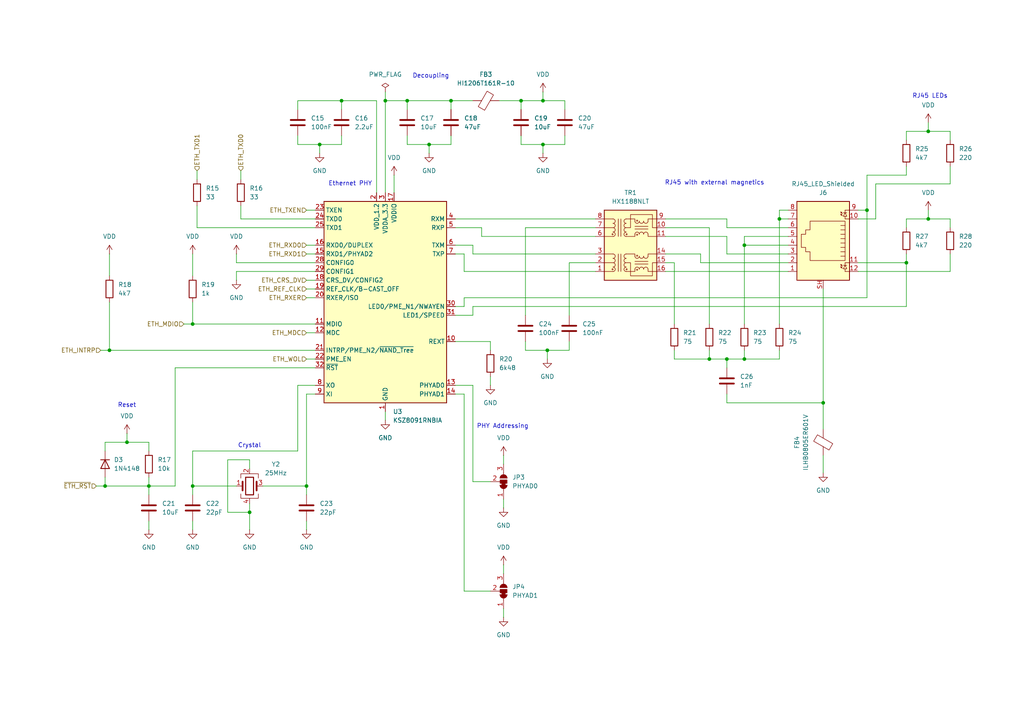
<source format=kicad_sch>
(kicad_sch (version 20250114) (generator "eeschema") (generator_version "9.0")
  (paper "A4")
  (lib_symbols
    (symbol "Connector:RJ45_LED_Shielded" (pin_names (offset 1.016))
      (property "Reference" "J" (at -5.08 13.97 0))
      (property "Value" "RJ45_LED_Shielded" (at 1.27 13.97 0))
      (symbol "RJ45_LED_Shielded_0_1"
        (polyline (pts (xy -7.62 10.16) (xy -6.35 10.16)))
        (polyline (pts (xy -7.62 7.62) (xy -6.35 7.62)))
        (polyline (pts (xy -7.62 -5.08) (xy -6.35 -5.08)))
        (polyline (pts (xy -7.62 -7.62) (xy -6.35 -7.62)))
        (polyline (pts (xy -6.858 9.398) (xy -5.842 9.398)))
        (polyline (pts (xy -6.858 -5.842) (xy -5.842 -5.842)))
        (polyline (pts (xy -6.35 10.16) (xy -6.35 9.398)))
        (polyline (pts (xy -6.35 9.398) (xy -6.858 8.382) (xy -5.842 8.382) (xy -6.35 9.398)))
        (polyline (pts (xy -6.35 7.62) (xy -6.35 8.382)))
        (polyline (pts (xy -6.35 1.905) (xy -5.08 1.905) (xy -5.08 1.905)))
        (polyline (pts (xy -6.35 0.635) (xy -5.08 0.635) (xy -5.08 0.635)))
        (polyline (pts (xy -6.35 -0.635) (xy -5.08 -0.635) (xy -5.08 -0.635)))
        (polyline (pts (xy -6.35 -1.905) (xy -5.08 -1.905) (xy -5.08 -1.905)))
        (polyline (pts (xy -6.35 -3.175) (xy -5.08 -3.175) (xy -5.08 -3.175)))
        (polyline (pts (xy -6.35 -4.445) (xy -6.35 6.985) (xy 3.81 6.985) (xy 3.81 4.445) (xy 5.08 4.445) (xy 5.08 3.175) (xy 6.35 3.175) (xy 6.35 -0.635) (xy 5.08 -0.635) (xy 5.08 -1.905) (xy 3.81 -1.905) (xy 3.81 -4.445) (xy -6.35 -4.445) (xy -6.35 -4.445)))
        (polyline (pts (xy -6.35 -5.08) (xy -6.35 -5.842)))
        (polyline (pts (xy -6.35 -5.842) (xy -6.858 -6.858) (xy -5.842 -6.858) (xy -6.35 -5.842)))
        (polyline (pts (xy -6.35 -7.62) (xy -6.35 -6.858)))
        (polyline (pts (xy -5.588 9.144) (xy -5.08 9.652) (xy -5.461 9.525)))
        (polyline (pts (xy -5.588 8.509) (xy -5.08 9.017) (xy -5.461 8.89)))
        (polyline (pts (xy -5.588 -6.096) (xy -5.08 -5.588) (xy -5.461 -5.715)))
        (polyline (pts (xy -5.588 -6.731) (xy -5.08 -6.223) (xy -5.461 -6.35)))
        (polyline (pts (xy -5.08 9.652) (xy -5.207 9.271)))
        (polyline (pts (xy -5.08 9.017) (xy -5.207 8.636)))
        (polyline (pts (xy -5.08 5.715) (xy -6.35 5.715)))
        (polyline (pts (xy -5.08 4.445) (xy -6.35 4.445)))
        (polyline (pts (xy -5.08 3.175) (xy -6.35 3.175) (xy -6.35 3.175)))
        (polyline (pts (xy -5.08 -5.588) (xy -5.207 -5.969)))
        (polyline (pts (xy -5.08 -6.223) (xy -5.207 -6.604)))
        (rectangle (start 7.62 12.7) (end -7.62 -10.16) (stroke (width 0.254)) (fill (type background)))
      )
      (symbol "RJ45_LED_Shielded_1_1"
        (pin passive line (at -10.16 10.16 0) (length 2.54) (name "~") (number "9"))
        (pin passive line (at -10.16 7.62 0) (length 2.54) (name "~") (number "10"))
        (pin passive line (at -10.16 -5.08 0) (length 2.54) (name "~") (number "11"))
        (pin passive line (at -10.16 -7.62 0) (length 2.54) (name "~") (number "12"))
        (pin passive line (at 0 -12.7 90) (length 2.54) (name "~") (number "SH"))
        (pin passive line (at 10.16 10.16 180) (length 2.54) (name "~") (number "8"))
        (pin passive line (at 10.16 7.62 180) (length 2.54) (name "~") (number "7"))
        (pin passive line (at 10.16 5.08 180) (length 2.54) (name "~") (number "6"))
        (pin passive line (at 10.16 2.54 180) (length 2.54) (name "~") (number "5"))
        (pin passive line (at 10.16 0 180) (length 2.54) (name "~") (number "4"))
        (pin passive line (at 10.16 -2.54 180) (length 2.54) (name "~") (number "3"))
        (pin passive line (at 10.16 -5.08 180) (length 2.54) (name "~") (number "2"))
        (pin passive line (at 10.16 -7.62 180) (length 2.54) (name "~") (number "1"))
      )
    )
    (symbol "Device:C" (pin_numbers (hide yes)) (pin_names (offset 0.254))
      (property "Reference" "C" (at 0.635 2.54 0))
      (property "Value" "C" (at 0.635 -2.54 0))
      (symbol "C_0_1"
        (polyline (pts (xy -2.032 0.762) (xy 2.032 0.762)) (stroke (width 0.508)))
        (polyline (pts (xy -2.032 -0.762) (xy 2.032 -0.762)) (stroke (width 0.508)))
      )
      (symbol "C_1_1"
        (pin passive line (at 0 3.81 270) (length 2.794) (name "~") (number "1"))
        (pin passive line (at 0 -3.81 90) (length 2.794) (name "~") (number "2"))
      )
    )
    (symbol "Device:Crystal_GND24" (pin_names (offset 1.016) (hide yes))
      (property "Reference" "Y" (at 3.175 5.08 0))
      (property "Value" "Crystal_GND24" (at 3.175 3.175 0))
      (symbol "Crystal_GND24_0_1"
        (polyline (pts (xy -2.54 2.286) (xy -2.54 3.556) (xy 2.54 3.556) (xy 2.54 2.286)))
        (polyline (pts (xy -2.54 0) (xy -2.032 0)))
        (polyline (pts (xy -2.54 -2.286) (xy -2.54 -3.556) (xy 2.54 -3.556) (xy 2.54 -2.286)))
        (polyline (pts (xy -2.032 -1.27) (xy -2.032 1.27)) (stroke (width 0.508)))
        (rectangle (start -1.143 2.54) (end 1.143 -2.54) (stroke (width 0.3048)))
        (polyline (pts (xy 0 3.556) (xy 0 3.81)))
        (polyline (pts (xy 0 -3.81) (xy 0 -3.556)))
        (polyline (pts (xy 2.032 0) (xy 2.54 0)))
        (polyline (pts (xy 2.032 -1.27) (xy 2.032 1.27)) (stroke (width 0.508)))
      )
      (symbol "Crystal_GND24_1_1"
        (pin passive line (at -3.81 0 0) (length 1.27) (name "1") (number "1"))
        (pin passive line (at 0 5.08 270) (length 1.27) (name "2") (number "2"))
        (pin passive line (at 0 -5.08 90) (length 1.27) (name "4") (number "4"))
        (pin passive line (at 3.81 0 180) (length 1.27) (name "3") (number "3"))
      )
    )
    (symbol "Device:D" (pin_numbers (hide yes)) (pin_names (offset 1.016) (hide yes))
      (property "Reference" "D" (at 0 2.54 0))
      (property "Value" "D" (at 0 -2.54 0))
      (symbol "D_0_1"
        (polyline (pts (xy -1.27 1.27) (xy -1.27 -1.27)) (stroke (width 0.254)))
        (polyline (pts (xy 1.27 1.27) (xy 1.27 -1.27) (xy -1.27 0) (xy 1.27 1.27)) (stroke (width 0.254)))
        (polyline (pts (xy 1.27 0) (xy -1.27 0)))
      )
      (symbol "D_1_1"
        (pin passive line (at -3.81 0 0) (length 2.54) (name "K") (number "1"))
        (pin passive line (at 3.81 0 180) (length 2.54) (name "A") (number "2"))
      )
    )
    (symbol "Device:FerriteBead" (pin_numbers (hide yes)) (pin_names (offset 0))
      (property "Reference" "FB" (at -3.81 0.635 90))
      (property "Value" "FerriteBead" (at 3.81 0 90))
      (symbol "FerriteBead_0_1"
        (polyline (pts (xy -2.7686 0.4064) (xy -1.7018 2.2606) (xy 2.7686 -0.3048) (xy 1.6764 -2.159) (xy -2.7686 0.4064)))
        (polyline (pts (xy 0 1.27) (xy 0 1.2954)))
        (polyline (pts (xy 0 -1.27) (xy 0 -1.2192)))
      )
      (symbol "FerriteBead_1_1"
        (pin passive line (at 0 3.81 270) (length 2.54) (name "~") (number "1"))
        (pin passive line (at 0 -3.81 90) (length 2.54) (name "~") (number "2"))
      )
    )
    (symbol "Device:R" (pin_numbers (hide yes)) (pin_names (offset 0))
      (property "Reference" "R" (at 2.032 0 90))
      (property "Value" "R" (at 0 0 90))
      (symbol "R_0_1"
        (rectangle (start -1.016 -2.54) (end 1.016 2.54) (stroke (width 0.254)))
      )
      (symbol "R_1_1"
        (pin passive line (at 0 3.81 270) (length 1.27) (name "~") (number "1"))
        (pin passive line (at 0 -3.81 90) (length 1.27) (name "~") (number "2"))
      )
    )
    (symbol "Jumper:SolderJumper_3_Bridged12" (pin_names (offset 0) (hide yes)) (exclude_from_sim yes) (in_bom no)
      (property "Reference" "JP" (at -2.54 -2.54 0))
      (property "Value" "SolderJumper_3_Bridged12" (at 0 2.794 0))
      (symbol "SolderJumper_3_Bridged12_0_1"
        (polyline (pts (xy -2.54 0) (xy -2.032 0)))
        (polyline (pts (xy -1.016 1.016) (xy -1.016 -1.016)))
        (rectangle (start -1.016 0.508) (end -0.508 -0.508) (fill (type outline)))
        (arc (start -1.016 -1.016) (mid -2.0276 0) (end -1.016 1.016))
        (arc (start -1.016 -1.016) (mid -2.0276 0) (end -1.016 1.016) (fill (type outline)))
        (rectangle (start -0.508 1.016) (end 0.508 -1.016) (fill (type outline)))
        (polyline (pts (xy 0 -1.27) (xy 0 -1.016)))
        (arc (start 1.016 1.016) (mid 2.0276 0) (end 1.016 -1.016))
        (arc (start 1.016 1.016) (mid 2.0276 0) (end 1.016 -1.016) (fill (type outline)))
        (polyline (pts (xy 1.016 1.016) (xy 1.016 -1.016)))
        (polyline (pts (xy 2.54 0) (xy 2.032 0)))
      )
      (symbol "SolderJumper_3_Bridged12_1_1"
        (pin passive line (at -5.08 0 0) (length 2.54) (name "A") (number "1"))
        (pin passive line (at 0 -3.81 90) (length 2.54) (name "C") (number "2"))
        (pin passive line (at 5.08 0 180) (length 2.54) (name "B") (number "3"))
      )
    )
    (symbol "additional_parts:HX1188NLT" (pin_names (hide yes))
      (property "Reference" "TR" (at -0.254 13.462 0))
      (property "Value" "HX1188NLT" (at 0 11.684 0))
      (symbol "HX1188NLT_0_1"
        (rectangle (start -7.62 -10.16) (end 7.62 10.16) (stroke (width 0.254)) (fill (type background)))
        (circle (center -5.207 3.175) (radius 0.1778))
        (arc (start -5.08 3.81) (mid -4.4477 3.175) (end -5.08 2.54))
        (polyline (pts (xy -5.08 7.62) (xy -7.62 7.62)))
        (polyline (pts (xy -5.08 5.08) (xy -7.62 5.08)))
        (polyline (pts (xy -5.08 2.54) (xy -7.62 2.54)))
        (polyline (pts (xy -3.556 7.62) (xy -3.556 2.54)))
        (polyline (pts (xy -3.556 -7.62) (xy -3.556 -2.54)))
        (polyline (pts (xy -2.794 2.54) (xy -2.794 7.62)))
        (polyline (pts (xy -2.794 -2.54) (xy -2.794 -7.62)))
        (polyline (pts (xy -1.27 7.62) (xy 1.27 7.62) (xy 1.27 6.985)))
        (polyline (pts (xy -1.27 5.08) (xy 0 5.08) (xy 0 8.89) (xy 6.35 8.89) (xy 6.35 5.08) (xy 7.62 5.08)))
        (polyline (pts (xy 1.27 5.461) (xy 5.08 5.461)))
        (polyline (pts (xy 1.27 4.699) (xy 5.08 4.699)))
        (polyline (pts (xy 1.27 3.175) (xy 1.27 2.54) (xy -1.27 2.54)))
        (polyline (pts (xy 5.08 6.985) (xy 5.08 7.62) (xy 7.62 7.62)))
        (polyline (pts (xy 5.08 3.175) (xy 5.08 2.54) (xy 7.62 2.54)))
      )
      (symbol "HX1188NLT_1_1"
        (circle (center -5.207 -6.985) (radius 0.1778))
        (arc (start -5.08 7.62) (mid -4.4477 6.985) (end -5.08 6.35))
        (arc (start -5.08 6.35) (mid -4.4477 5.715) (end -5.08 5.08))
        (arc (start -5.08 5.08) (mid -4.4477 4.445) (end -5.08 3.81))
        (arc (start -5.08 -2.54) (mid -4.4477 -3.175) (end -5.08 -3.81))
        (arc (start -5.08 -3.81) (mid -4.4477 -4.445) (end -5.08 -5.08))
        (arc (start -5.08 -5.08) (mid -4.4477 -5.715) (end -5.08 -6.35))
        (arc (start -5.08 -6.35) (mid -4.4477 -6.985) (end -5.08 -7.62))
        (polyline (pts (xy -5.08 -2.54) (xy -7.62 -2.54)))
        (polyline (pts (xy -5.08 -5.08) (xy -7.62 -5.08)))
        (polyline (pts (xy -5.08 -7.62) (xy -7.62 -7.62)))
        (polyline (pts (xy -1.27 -2.54) (xy 1.27 -2.54) (xy 1.27 -3.175)))
        (arc (start -1.27 6.35) (mid -1.9023 6.985) (end -1.27 7.62))
        (arc (start -1.27 5.08) (mid -1.9023 5.715) (end -1.27 6.35))
        (arc (start -1.27 3.81) (mid -1.9023 4.445) (end -1.27 5.08))
        (arc (start -1.27 2.54) (mid -1.9023 3.175) (end -1.27 3.81))
        (arc (start -1.27 -3.81) (mid -1.9023 -3.175) (end -1.27 -2.54))
        (arc (start -1.27 -5.08) (mid -1.9023 -4.445) (end -1.27 -3.81))
        (arc (start -1.27 -6.35) (mid -1.9023 -5.715) (end -1.27 -5.08))
        (arc (start -1.27 -7.62) (mid -1.9023 -6.985) (end -1.27 -6.35))
        (circle (center -1.143 3.175) (radius 0.1778))
        (circle (center -1.143 -6.985) (radius 0.1778))
        (polyline (pts (xy 1.27 -4.699) (xy 5.08 -4.699)))
        (polyline (pts (xy 1.27 -5.461) (xy 5.08 -5.461)))
        (polyline (pts (xy 1.27 -6.985) (xy 1.27 -7.62) (xy -1.27 -7.62)))
        (circle (center 1.905 7.112) (radius 0.1778))
        (arc (start 2.54 6.985) (mid 1.905 6.3527) (end 1.27 6.985))
        (arc (start 1.27 3.175) (mid 1.905 3.8073) (end 2.54 3.175))
        (circle (center 1.905 3.048) (radius 0.1778))
        (circle (center 1.905 -3.048) (radius 0.1778))
        (arc (start 2.54 -3.175) (mid 1.905 -3.8073) (end 1.27 -3.175))
        (arc (start 1.27 -6.985) (mid 1.905 -6.3527) (end 2.54 -6.985))
        (circle (center 1.905 -7.112) (radius 0.1778))
        (arc (start 3.81 6.985) (mid 3.175 6.3527) (end 2.54 6.985))
        (arc (start 2.54 3.175) (mid 3.175 3.8073) (end 3.81 3.175))
        (arc (start 3.81 -3.175) (mid 3.175 -3.8073) (end 2.54 -3.175))
        (arc (start 2.54 -6.985) (mid 3.175 -6.3527) (end 3.81 -6.985))
        (arc (start 5.08 6.985) (mid 4.445 6.3527) (end 3.81 6.985))
        (arc (start 3.81 3.175) (mid 4.445 3.8073) (end 5.08 3.175))
        (arc (start 5.08 -3.175) (mid 4.445 -3.8073) (end 3.81 -3.175))
        (arc (start 3.81 -6.985) (mid 4.445 -6.3527) (end 5.08 -6.985))
        (polyline (pts (xy 5.08 -3.175) (xy 5.08 -2.54) (xy 7.62 -2.54)))
        (polyline (pts (xy 5.08 -6.985) (xy 5.08 -7.62) (xy 7.62 -7.62)))
        (polyline (pts (xy 7.62 -5.08) (xy 6.35 -5.08) (xy 6.35 -8.89) (xy 0 -8.89) (xy 0 -5.08) (xy -1.27 -5.08)))
        (pin passive line (at -10.16 7.62 0) (length 2.54) (name "RD-") (number "8"))
        (pin passive line (at -10.16 5.08 0) (length 2.54) (name "RCT") (number "7"))
        (pin passive line (at -10.16 2.54 0) (length 2.54) (name "RD+") (number "6"))
        (pin passive line (at -10.16 -2.54 0) (length 2.54) (name "TD-") (number "3"))
        (pin passive line (at -10.16 -5.08 0) (length 2.54) (name "TCT") (number "2"))
        (pin passive line (at -10.16 -7.62 0) (length 2.54) (name "TD+") (number "1"))
        (pin no_connect line (at -2.54 10.16 270) (length 2.54) (hide yes) (name "NC") (number "12"))
        (pin no_connect line (at -2.54 -10.16 90) (length 2.54) (hide yes) (name "NC") (number "4"))
        (pin no_connect line (at 2.54 10.16 270) (length 2.54) (hide yes) (name "NC") (number "13"))
        (pin no_connect line (at 2.54 -10.16 90) (length 2.54) (hide yes) (name "NC") (number "5"))
        (pin passive line (at 10.16 7.62 180) (length 2.54) (name "RX-") (number "9"))
        (pin passive line (at 10.16 5.08 180) (length 2.54) (name "CMT") (number "10"))
        (pin passive line (at 10.16 2.54 180) (length 2.54) (name "RX+") (number "11"))
        (pin passive line (at 10.16 -2.54 180) (length 2.54) (name "TX-") (number "14"))
        (pin passive line (at 10.16 -5.08 180) (length 2.54) (name "CMT") (number "15"))
        (pin passive line (at 10.16 -7.62 180) (length 2.54) (name "TX+") (number "16"))
      )
    )
    (symbol "additional_parts:KSZ8091RNBIA"
      (property "Reference" "U" (at -15.24 28.575 0))
      (property "Value" "KSZ8091RNBIA" (at 3.81 28.575 0))
      (symbol "KSZ8091RNBIA_0_1"
        (rectangle (start -17.78 27.94) (end 17.78 -30.48) (stroke (width 0.254)) (fill (type background)))
      )
      (symbol "KSZ8091RNBIA_1_1"
        (pin input line (at -20.32 25.4 0) (length 2.54) (name "TXEN") (number "23"))
        (pin input line (at -20.32 22.86 0) (length 2.54) (name "TXD0") (number "24"))
        (pin bidirectional line (at -20.32 20.32 0) (length 2.54) (name "TXD1") (number "25"))
        (pin output line (at -20.32 15.24 0) (length 2.54) (name "RXD0/DUPLEX") (number "16"))
        (pin output line (at -20.32 12.7 0) (length 2.54) (name "RXD1/PHYAD2") (number "15"))
        (pin input line (at -20.32 10.16 0) (length 2.54) (name "CONFIG0") (number "28"))
        (pin input line (at -20.32 7.62 0) (length 2.54) (name "CONFIG1") (number "29"))
        (pin output line (at -20.32 5.08 0) (length 2.54) (name "CRS_DV/CONFIG2") (number "18"))
        (pin output line (at -20.32 2.54 0) (length 2.54) (name "REF_CLK/B-CAST_OFF") (number "19"))
        (pin output line (at -20.32 0 0) (length 2.54) (name "RXER/ISO") (number "20"))
        (pin bidirectional line (at -20.32 -7.62 0) (length 2.54) (name "MDIO") (number "11"))
        (pin input line (at -20.32 -10.16 0) (length 2.54) (name "MDC") (number "12"))
        (pin bidirectional line (at -20.32 -15.24 0) (length 2.54) (name "INTRP/PME_N2/~{NAND_Tree}") (number "21"))
        (pin bidirectional line (at -20.32 -17.78 0) (length 2.54) (name "PME_EN") (number "22"))
        (pin input line (at -20.32 -20.32 0) (length 2.54) (name "~{RST}") (number "32"))
        (pin output line (at -20.32 -25.4 0) (length 2.54) (name "XO") (number "8"))
        (pin input line (at -20.32 -27.94 0) (length 2.54) (name "XI") (number "9"))
        (pin power_out line (at -2.54 30.48 270) (length 2.54) (name "VDD_1.2") (number "2"))
        (pin power_in line (at 0 30.48 270) (length 2.54) (name "VDDA_3.3") (number "3"))
        (pin power_in line (at 0 -33.02 90) (length 2.54) (name "GND") (number "1"))
        (pin passive line (at 0 -33.02 90) (length 2.54) (hide yes) (name "GND") (number "PADDLE"))
        (pin power_in line (at 2.54 30.48 270) (length 2.54) (name "VDDIO") (number "17"))
        (pin bidirectional line (at 20.32 22.86 180) (length 2.54) (name "RXM") (number "4"))
        (pin bidirectional line (at 20.32 20.32 180) (length 2.54) (name "RXP") (number "5"))
        (pin bidirectional line (at 20.32 15.24 180) (length 2.54) (name "TXM") (number "6"))
        (pin bidirectional line (at 20.32 12.7 180) (length 2.54) (name "TXP") (number "7"))
        (pin output line (at 20.32 -2.54 180) (length 2.54) (name "LED0/PME_N1/NWAYEN") (number "30"))
        (pin output line (at 20.32 -5.08 180) (length 2.54) (name "LED1/SPEED") (number "31"))
        (pin passive line (at 20.32 -12.7 180) (length 2.54) (name "REXT") (number "10"))
        (pin no_connect line (at 20.32 -17.78 180) (length 2.54) (hide yes) (name "NC") (number "26"))
        (pin no_connect line (at 20.32 -20.32 180) (length 2.54) (hide yes) (name "NC") (number "27"))
        (pin input line (at 20.32 -25.4 180) (length 2.54) (name "PHYAD0") (number "13"))
        (pin input line (at 20.32 -27.94 180) (length 2.54) (name "PHYAD1") (number "14"))
      )
    )
    (symbol "power:GND" (power) (pin_numbers (hide yes)) (pin_names (offset 0) (hide yes))
      (property "Value" "GND" (at 0 -3.81 0))
      (symbol "GND_0_1"
        (polyline (pts (xy 0 0) (xy 0 -1.27) (xy 1.27 -1.27) (xy 0 -2.54) (xy -1.27 -1.27) (xy 0 -1.27)))
      )
      (symbol "GND_1_1"
        (pin power_in line (at 0 0 270) (length 0) (name "~") (number "1"))
      )
    )
    (symbol "power:PWR_FLAG" (power) (pin_numbers (hide yes)) (pin_names (offset 0) (hide yes))
      (property "Value" "PWR_FLAG" (at 0 3.81 0))
      (symbol "PWR_FLAG_0_0"
        (pin power_out line (at 0 0 90) (length 0) (name "~") (number "1"))
      )
      (symbol "PWR_FLAG_0_1"
        (polyline (pts (xy 0 0) (xy 0 1.27) (xy -1.016 1.905) (xy 0 2.54) (xy 1.016 1.905) (xy 0 1.27)))
      )
    )
    (symbol "power:VDD" (power) (pin_numbers (hide yes)) (pin_names (offset 0) (hide yes))
      (property "Value" "VDD" (at 0 3.556 0))
      (symbol "VDD_0_1"
        (polyline (pts (xy -0.762 1.27) (xy 0 2.54)))
        (polyline (pts (xy 0 2.54) (xy 0.762 1.27)))
        (polyline (pts (xy 0 0) (xy 0 2.54)))
      )
      (symbol "VDD_1_1"
        (pin power_in line (at 0 0 90) (length 0) (name "~") (number "1"))
      )
    )
  )
  (text "Crystal" (at 72.39 129.286 0) (effects (font (size 1.27 1.27))))
  (text "RJ45 with external magnetics" (at 207.264 53.086 0) (effects (font (size 1.27 1.27))))
  (text "RJ45 LEDs" (at 269.748 27.94 0) (effects (font (size 1.27 1.27))))
  (text "PHY Addressing" (at 145.796 123.698 0) (effects (font (size 1.27 1.27))))
  (text "Reset" (at 36.83 117.602 0) (effects (font (size 1.27 1.27))))
  (text "Decoupling" (at 124.968 22.098 0) (effects (font (size 1.27 1.27))))
  (text "Ethernet PHY" (at 101.6 53.34 0) (effects (font (size 1.27 1.27))))
  (junction (at 92.71 41.91))
  (junction (at 158.75 101.6))
  (junction (at 88.9 140.97))
  (junction (at 72.39 148.59))
  (junction (at 43.18 140.97))
  (junction (at 210.82 104.14))
  (junction (at 157.48 41.91))
  (junction (at 205.74 104.14))
  (junction (at 130.81 29.21))
  (junction (at 251.46 60.96))
  (junction (at 157.48 29.21))
  (junction (at 31.75 101.6))
  (junction (at 124.46 41.91))
  (junction (at 215.9 104.14))
  (junction (at 151.13 29.21))
  (junction (at 99.06 29.21))
  (junction (at 36.83 128.27))
  (junction (at 111.76 29.21))
  (junction (at 226.06 63.5))
  (junction (at 238.76 116.84))
  (junction (at 30.48 140.97))
  (junction (at 55.88 140.97))
  (junction (at 118.11 29.21))
  (junction (at 55.88 93.98))
  (junction (at 269.24 38.1))
  (junction (at 269.24 63.5))
  (junction (at 262.89 76.2))
  (junction (at 215.9 71.12))
  (wire (pts (xy 275.59 53.34) (xy 254 53.34)))
  (wire (pts (xy 262.89 76.2) (xy 262.89 88.9)))
  (wire (pts (xy 195.58 101.6) (xy 195.58 104.14)))
  (wire (pts (xy 262.89 40.64) (xy 262.89 38.1)))
  (wire (pts (xy 228.6 68.58) (xy 215.9 68.58)))
  (wire (pts (xy 88.9 140.97) (xy 88.9 143.51)))
  (wire (pts (xy 109.22 29.21) (xy 99.06 29.21)))
  (wire (pts (xy 262.89 38.1) (xy 269.24 38.1)))
  (wire (pts (xy 36.83 128.27) (xy 43.18 128.27)))
  (wire (pts (xy 254 63.5) (xy 248.92 63.5)))
  (wire (pts (xy 130.81 41.91) (xy 130.81 39.37)))
  (wire (pts (xy 137.16 111.76) (xy 132.08 111.76)))
  (wire (pts (xy 157.48 41.91) (xy 163.83 41.91)))
  (wire (pts (xy 55.88 87.63) (xy 55.88 93.98)))
  (wire (pts (xy 30.48 130.81) (xy 30.48 128.27)))
  (wire (pts (xy 151.13 41.91) (xy 157.48 41.91)))
  (wire (pts (xy 157.48 41.91) (xy 157.48 44.45)))
  (wire (pts (xy 31.75 73.66) (xy 31.75 80.01)))
  (wire (pts (xy 36.83 125.73) (xy 36.83 128.27)))
  (wire (pts (xy 69.85 63.5) (xy 91.44 63.5)))
  (wire (pts (xy 163.83 31.75) (xy 163.83 29.21)))
  (wire (pts (xy 57.15 66.04) (xy 91.44 66.04)))
  (wire (pts (xy 43.18 138.43) (xy 43.18 140.97)))
  (wire (pts (xy 251.46 50.8) (xy 251.46 60.96)))
  (wire (pts (xy 151.13 29.21) (xy 157.48 29.21)))
  (wire (pts (xy 43.18 140.97) (xy 43.18 143.51)))
  (wire (pts (xy 193.04 63.5) (xy 210.82 63.5)))
  (wire (pts (xy 152.4 66.04) (xy 152.4 91.44)))
  (wire (pts (xy 88.9 81.28) (xy 91.44 81.28)))
  (wire (pts (xy 193.04 76.2) (xy 195.58 76.2)))
  (wire (pts (xy 210.82 104.14) (xy 215.9 104.14)))
  (wire (pts (xy 111.76 119.38) (xy 111.76 121.92)))
  (wire (pts (xy 137.16 139.7) (xy 142.24 139.7)))
  (wire (pts (xy 72.39 133.35) (xy 66.04 133.35)))
  (wire (pts (xy 109.22 55.88) (xy 109.22 29.21)))
  (wire (pts (xy 158.75 101.6) (xy 158.75 104.14)))
  (wire (pts (xy 68.58 73.66) (xy 68.58 76.2)))
  (wire (pts (xy 88.9 151.13) (xy 88.9 153.67)))
  (wire (pts (xy 86.36 111.76) (xy 86.36 130.81)))
  (wire (pts (xy 43.18 128.27) (xy 43.18 130.81)))
  (wire (pts (xy 91.44 114.3) (xy 88.9 114.3)))
  (wire (pts (xy 134.62 86.36) (xy 134.62 88.9)))
  (wire (pts (xy 99.06 29.21) (xy 99.06 31.75)))
  (wire (pts (xy 132.08 63.5) (xy 172.72 63.5)))
  (wire (pts (xy 130.81 29.21) (xy 130.81 31.75)))
  (wire (pts (xy 88.9 83.82) (xy 91.44 83.82)))
  (wire (pts (xy 193.04 66.04) (xy 205.74 66.04)))
  (wire (pts (xy 88.9 73.66) (xy 91.44 73.66)))
  (wire (pts (xy 262.89 73.66) (xy 262.89 76.2)))
  (wire (pts (xy 152.4 99.06) (xy 152.4 101.6)))
  (wire (pts (xy 269.24 38.1) (xy 275.59 38.1)))
  (wire (pts (xy 50.8 140.97) (xy 43.18 140.97)))
  (wire (pts (xy 55.88 151.13) (xy 55.88 153.67)))
  (wire (pts (xy 205.74 101.6) (xy 205.74 104.14)))
  (wire (pts (xy 137.16 71.12) (xy 137.16 73.66)))
  (wire (pts (xy 215.9 71.12) (xy 215.9 93.98)))
  (wire (pts (xy 53.34 93.98) (xy 55.88 93.98)))
  (wire (pts (xy 226.06 63.5) (xy 226.06 93.98)))
  (wire (pts (xy 137.16 111.76) (xy 137.16 139.7)))
  (wire (pts (xy 91.44 111.76) (xy 86.36 111.76)))
  (wire (pts (xy 134.62 171.45) (xy 142.24 171.45)))
  (wire (pts (xy 134.62 78.74) (xy 172.72 78.74)))
  (wire (pts (xy 139.7 68.58) (xy 172.72 68.58)))
  (wire (pts (xy 152.4 101.6) (xy 158.75 101.6)))
  (wire (pts (xy 124.46 41.91) (xy 130.81 41.91)))
  (wire (pts (xy 88.9 96.52) (xy 91.44 96.52)))
  (wire (pts (xy 118.11 39.37) (xy 118.11 41.91)))
  (wire (pts (xy 262.89 63.5) (xy 269.24 63.5)))
  (wire (pts (xy 132.08 66.04) (xy 139.7 66.04)))
  (wire (pts (xy 139.7 66.04) (xy 139.7 68.58)))
  (wire (pts (xy 269.24 35.56) (xy 269.24 38.1)))
  (wire (pts (xy 30.48 140.97) (xy 43.18 140.97)))
  (wire (pts (xy 251.46 60.96) (xy 248.92 60.96)))
  (wire (pts (xy 210.82 66.04) (xy 228.6 66.04)))
  (wire (pts (xy 111.76 26.67) (xy 111.76 29.21)))
  (wire (pts (xy 68.58 78.74) (xy 91.44 78.74)))
  (wire (pts (xy 215.9 71.12) (xy 228.6 71.12)))
  (wire (pts (xy 124.46 41.91) (xy 124.46 44.45)))
  (wire (pts (xy 111.76 29.21) (xy 118.11 29.21)))
  (wire (pts (xy 86.36 39.37) (xy 86.36 41.91)))
  (wire (pts (xy 88.9 60.96) (xy 91.44 60.96)))
  (wire (pts (xy 132.08 91.44) (xy 137.16 91.44)))
  (wire (pts (xy 275.59 73.66) (xy 275.59 78.74)))
  (wire (pts (xy 269.24 60.96) (xy 269.24 63.5)))
  (wire (pts (xy 146.05 176.53) (xy 146.05 179.07)))
  (wire (pts (xy 262.89 48.26) (xy 262.89 50.8)))
  (wire (pts (xy 43.18 151.13) (xy 43.18 153.67)))
  (wire (pts (xy 86.36 29.21) (xy 99.06 29.21)))
  (wire (pts (xy 215.9 101.6) (xy 215.9 104.14)))
  (wire (pts (xy 31.75 101.6) (xy 91.44 101.6)))
  (wire (pts (xy 215.9 104.14) (xy 226.06 104.14)))
  (wire (pts (xy 55.88 140.97) (xy 68.58 140.97)))
  (wire (pts (xy 226.06 63.5) (xy 228.6 63.5)))
  (wire (pts (xy 146.05 163.83) (xy 146.05 166.37)))
  (wire (pts (xy 88.9 104.14) (xy 91.44 104.14)))
  (wire (pts (xy 134.62 114.3) (xy 134.62 171.45)))
  (wire (pts (xy 210.82 63.5) (xy 210.82 66.04)))
  (wire (pts (xy 275.59 38.1) (xy 275.59 40.64)))
  (wire (pts (xy 55.88 73.66) (xy 55.88 80.01)))
  (wire (pts (xy 88.9 114.3) (xy 88.9 140.97)))
  (wire (pts (xy 172.72 76.2) (xy 165.1 76.2)))
  (wire (pts (xy 238.76 132.08) (xy 238.76 137.16)))
  (wire (pts (xy 203.2 76.2) (xy 228.6 76.2)))
  (wire (pts (xy 134.62 73.66) (xy 134.62 78.74)))
  (wire (pts (xy 88.9 71.12) (xy 91.44 71.12)))
  (wire (pts (xy 114.3 50.8) (xy 114.3 55.88)))
  (wire (pts (xy 30.48 128.27) (xy 36.83 128.27)))
  (wire (pts (xy 172.72 66.04) (xy 152.4 66.04)))
  (wire (pts (xy 30.48 138.43) (xy 30.48 140.97)))
  (wire (pts (xy 210.82 116.84) (xy 238.76 116.84)))
  (wire (pts (xy 210.82 114.3) (xy 210.82 116.84)))
  (wire (pts (xy 193.04 73.66) (xy 203.2 73.66)))
  (wire (pts (xy 50.8 106.68) (xy 91.44 106.68)))
  (wire (pts (xy 158.75 101.6) (xy 165.1 101.6)))
  (wire (pts (xy 118.11 31.75) (xy 118.11 29.21)))
  (wire (pts (xy 205.74 104.14) (xy 210.82 104.14)))
  (wire (pts (xy 238.76 116.84) (xy 238.76 124.46)))
  (wire (pts (xy 132.08 73.66) (xy 134.62 73.66)))
  (wire (pts (xy 275.59 48.26) (xy 275.59 53.34)))
  (wire (pts (xy 72.39 146.05) (xy 72.39 148.59)))
  (wire (pts (xy 130.81 29.21) (xy 137.16 29.21)))
  (wire (pts (xy 118.11 29.21) (xy 130.81 29.21)))
  (wire (pts (xy 69.85 63.5) (xy 69.85 59.69)))
  (wire (pts (xy 254 53.34) (xy 254 63.5)))
  (wire (pts (xy 57.15 66.04) (xy 57.15 59.69)))
  (wire (pts (xy 27.94 140.97) (xy 30.48 140.97)))
  (wire (pts (xy 50.8 106.68) (xy 50.8 140.97)))
  (wire (pts (xy 251.46 86.36) (xy 251.46 60.96)))
  (wire (pts (xy 262.89 88.9) (xy 137.16 88.9)))
  (wire (pts (xy 248.92 76.2) (xy 262.89 76.2)))
  (wire (pts (xy 99.06 41.91) (xy 99.06 39.37)))
  (wire (pts (xy 193.04 78.74) (xy 228.6 78.74)))
  (wire (pts (xy 92.71 41.91) (xy 92.71 44.45)))
  (wire (pts (xy 163.83 41.91) (xy 163.83 39.37)))
  (wire (pts (xy 68.58 78.74) (xy 68.58 81.28)))
  (wire (pts (xy 142.24 99.06) (xy 142.24 101.6)))
  (wire (pts (xy 142.24 109.22) (xy 142.24 111.76)))
  (wire (pts (xy 226.06 60.96) (xy 226.06 63.5)))
  (wire (pts (xy 146.05 144.78) (xy 146.05 147.32)))
  (wire (pts (xy 151.13 39.37) (xy 151.13 41.91)))
  (wire (pts (xy 134.62 86.36) (xy 251.46 86.36)))
  (wire (pts (xy 86.36 41.91) (xy 92.71 41.91)))
  (wire (pts (xy 228.6 60.96) (xy 226.06 60.96)))
  (wire (pts (xy 262.89 50.8) (xy 251.46 50.8)))
  (wire (pts (xy 118.11 41.91) (xy 124.46 41.91)))
  (wire (pts (xy 72.39 148.59) (xy 72.39 153.67)))
  (wire (pts (xy 86.36 31.75) (xy 86.36 29.21)))
  (wire (pts (xy 248.92 78.74) (xy 275.59 78.74)))
  (wire (pts (xy 132.08 88.9) (xy 134.62 88.9)))
  (wire (pts (xy 134.62 114.3) (xy 132.08 114.3)))
  (wire (pts (xy 88.9 86.36) (xy 91.44 86.36)))
  (wire (pts (xy 57.15 49.53) (xy 57.15 52.07)))
  (wire (pts (xy 226.06 104.14) (xy 226.06 101.6)))
  (wire (pts (xy 66.04 133.35) (xy 66.04 148.59)))
  (wire (pts (xy 146.05 132.08) (xy 146.05 134.62)))
  (wire (pts (xy 72.39 135.89) (xy 72.39 133.35)))
  (wire (pts (xy 137.16 73.66) (xy 172.72 73.66)))
  (wire (pts (xy 210.82 68.58) (xy 210.82 73.66)))
  (wire (pts (xy 205.74 66.04) (xy 205.74 93.98)))
  (wire (pts (xy 203.2 73.66) (xy 203.2 76.2)))
  (wire (pts (xy 269.24 63.5) (xy 275.59 63.5)))
  (wire (pts (xy 31.75 87.63) (xy 31.75 101.6)))
  (wire (pts (xy 92.71 41.91) (xy 99.06 41.91)))
  (wire (pts (xy 210.82 73.66) (xy 228.6 73.66)))
  (wire (pts (xy 151.13 29.21) (xy 151.13 31.75)))
  (wire (pts (xy 157.48 29.21) (xy 163.83 29.21)))
  (wire (pts (xy 111.76 55.88) (xy 111.76 29.21)))
  (wire (pts (xy 137.16 88.9) (xy 137.16 91.44)))
  (wire (pts (xy 55.88 143.51) (xy 55.88 140.97)))
  (wire (pts (xy 55.88 130.81) (xy 55.88 140.97)))
  (wire (pts (xy 55.88 93.98) (xy 91.44 93.98)))
  (wire (pts (xy 86.36 130.81) (xy 55.88 130.81)))
  (wire (pts (xy 238.76 83.82) (xy 238.76 116.84)))
  (wire (pts (xy 76.2 140.97) (xy 88.9 140.97)))
  (wire (pts (xy 157.48 26.67) (xy 157.48 29.21)))
  (wire (pts (xy 195.58 76.2) (xy 195.58 93.98)))
  (wire (pts (xy 215.9 68.58) (xy 215.9 71.12)))
  (wire (pts (xy 69.85 49.53) (xy 69.85 52.07)))
  (wire (pts (xy 68.58 76.2) (xy 91.44 76.2)))
  (wire (pts (xy 132.08 71.12) (xy 137.16 71.12)))
  (wire (pts (xy 210.82 104.14) (xy 210.82 106.68)))
  (wire (pts (xy 195.58 104.14) (xy 205.74 104.14)))
  (wire (pts (xy 165.1 76.2) (xy 165.1 91.44)))
  (wire (pts (xy 66.04 148.59) (xy 72.39 148.59)))
  (wire (pts (xy 165.1 101.6) (xy 165.1 99.06)))
  (wire (pts (xy 144.78 29.21) (xy 151.13 29.21)))
  (wire (pts (xy 262.89 66.04) (xy 262.89 63.5)))
  (wire (pts (xy 275.59 63.5) (xy 275.59 66.04)))
  (wire (pts (xy 132.08 99.06) (xy 142.24 99.06)))
  (wire (pts (xy 193.04 68.58) (xy 210.82 68.58)))
  (wire (pts (xy 29.21 101.6) (xy 31.75 101.6)))
  (hierarchical_label "~{ETH_RST}" (shape input) (at 27.94 140.97 180))
  (hierarchical_label "ETH_INTRP" (shape input) (at 29.21 101.6 180))
  (hierarchical_label "ETH_WOL" (shape input) (at 88.9 104.14 180))
  (hierarchical_label "ETH_RXER" (shape input) (at 88.9 86.36 180))
  (hierarchical_label "ETH_MDC" (shape input) (at 88.9 96.52 180))
  (hierarchical_label "ETH_MDIO" (shape input) (at 53.34 93.98 180))
  (hierarchical_label "ETH_REF_CLK" (shape input) (at 88.9 83.82 180))
  (hierarchical_label "ETH_CRS_DV" (shape input) (at 88.9 81.28 180))
  (hierarchical_label "ETH_RXD0" (shape input) (at 88.9 71.12 180))
  (hierarchical_label "ETH_TXD0" (shape input) (at 69.85 49.53 90))
  (hierarchical_label "ETH_RXD1" (shape input) (at 88.9 73.66 180))
  (hierarchical_label "ETH_TXEN" (shape input) (at 88.9 60.96 180))
  (hierarchical_label "ETH_TXD1" (shape input) (at 57.15 49.53 90))
  (symbol (lib_id "Device:R") (at 55.88 83.82 0) (unit 1)
    (property "Reference" "R19" (at 58.42 82.5499 0) (effects (justify left)))
    (property "Value" "1k" (at 58.42 85.0899 0) (effects (justify left)))
    (property "Footprint" "Resistor_SMD:R_0805_2012Metric" (effects (hide yes)))
    (property "Description" "Resistor" (effects (hide yes)))
  )
  (symbol (lib_id "Device:R") (at 43.18 134.62 0) (unit 1)
    (property "Reference" "R17" (at 45.72 133.3499 0) (effects (justify left)))
    (property "Value" "10k" (at 45.72 135.8899 0) (effects (justify left)))
    (property "Footprint" "Resistor_SMD:R_0805_2012Metric" (effects (hide yes)))
    (property "Description" "Resistor" (effects (hide yes)))
  )
  (symbol (lib_id "Jumper:SolderJumper_3_Bridged12") (at 146.05 171.45 270) (mirror x) (unit 1) (exclude_from_sim yes) (in_bom no)
    (property "Reference" "JP4" (at 148.59 170.1799 90) (effects (justify left)))
    (property "Value" "PHYAD1" (at 148.59 172.7199 90) (effects (justify left)))
    (property "Footprint" "Jumper:SolderJumper-3_P1.3mm_Bridged12_RoundedPad1.0x1.5mm_NumberLabels" (effects (hide yes)))
    (property "Description" "3-pole Solder Jumper, pins 1+2 closed/bridged" (effects (hide yes)))
  )
  (symbol (lib_id "Device:R") (at 195.58 97.79 0) (unit 1)
    (property "Reference" "R21" (at 198.12 96.5199 0) (effects (justify left)))
    (property "Value" "75" (at 198.12 99.0599 0) (effects (justify left)))
    (property "Footprint" "Resistor_SMD:R_0805_2012Metric" (effects (hide yes)))
    (property "Description" "Resistor" (effects (hide yes)))
  )
  (symbol (lib_id "Device:R") (at 57.15 55.88 180) (unit 1)
    (property "Reference" "R15" (at 59.69 54.6099 0) (effects (justify right)))
    (property "Value" "33" (at 59.69 57.1499 0) (effects (justify right)))
    (property "Footprint" "Resistor_SMD:R_0603_1608Metric" (effects (hide yes)))
    (property "Description" "Resistor" (effects (hide yes)))
  )
  (symbol (lib_id "Device:R") (at 205.74 97.79 0) (unit 1)
    (property "Reference" "R22" (at 208.28 96.5199 0) (effects (justify left)))
    (property "Value" "75" (at 208.28 99.0599 0) (effects (justify left)))
    (property "Footprint" "Resistor_SMD:R_0805_2012Metric" (effects (hide yes)))
    (property "Description" "Resistor" (effects (hide yes)))
  )
  (symbol (lib_id "Device:C") (at 86.36 35.56 0) (unit 1)
    (property "Reference" "C15" (at 90.17 34.2899 0) (effects (justify left)))
    (property "Value" "100nF" (at 90.17 36.8299 0) (effects (justify left)))
    (property "Footprint" "Capacitor_SMD:C_0603_1608Metric" (effects (hide yes)))
    (property "Description" "Unpolarized capacitor" (effects (hide yes)))
  )
  (symbol (lib_id "power:VDD") (at 68.58 73.66 0) (unit 1)
    (property "Reference" "#PWR0151" (effects (hide yes)))
    (property "Value" "VDD" (at 68.58 68.58 0))
    (property "Description" "Power symbol creates a global label with name \"VDD\"" (effects (hide yes)))
  )
  (symbol (lib_id "Device:R") (at 262.89 44.45 0) (unit 1)
    (property "Reference" "R25" (at 265.43 43.1799 0) (effects (justify left)))
    (property "Value" "4k7" (at 265.43 45.7199 0) (effects (justify left)))
    (property "Footprint" "Resistor_SMD:R_0805_2012Metric" (effects (hide yes)))
    (property "Description" "Resistor" (effects (hide yes)))
  )
  (symbol (lib_id "power:GND") (at 146.05 179.07 0) (unit 1)
    (property "Reference" "#PWR0125" (effects (hide yes)))
    (property "Value" "GND" (at 146.05 184.15 0))
    (property "Description" "Power symbol creates a global label with name \"GND\" , ground" (effects (hide yes)))
  )
  (symbol (lib_id "power:VDD") (at 36.83 125.73 0) (unit 1)
    (property "Reference" "#PWR0152" (effects (hide yes)))
    (property "Value" "VDD" (at 36.83 120.65 0))
    (property "Description" "Power symbol creates a global label with name \"VDD\"" (effects (hide yes)))
  )
  (symbol (lib_id "power:VDD") (at 31.75 73.66 0) (unit 1)
    (property "Reference" "#PWR0149" (effects (hide yes)))
    (property "Value" "VDD" (at 31.75 68.58 0))
    (property "Description" "Power symbol creates a global label with name \"VDD\"" (effects (hide yes)))
  )
  (symbol (lib_id "Device:R") (at 262.89 69.85 0) (unit 1)
    (property "Reference" "R27" (at 265.43 68.5799 0) (effects (justify left)))
    (property "Value" "4k7" (at 265.43 71.1199 0) (effects (justify left)))
    (property "Footprint" "Resistor_SMD:R_0805_2012Metric" (effects (hide yes)))
    (property "Description" "Resistor" (effects (hide yes)))
  )
  (symbol (lib_id "power:GND") (at 157.48 44.45 0) (unit 1)
    (property "Reference" "#PWR0174" (effects (hide yes)))
    (property "Value" "GND" (at 157.48 49.53 0))
    (property "Description" "Power symbol creates a global label with name \"GND\" , ground" (effects (hide yes)))
  )
  (symbol (lib_id "Device:C") (at 43.18 147.32 0) (unit 1)
    (property "Reference" "C21" (at 46.99 146.0499 0) (effects (justify left)))
    (property "Value" "10uF" (at 46.99 148.5899 0) (effects (justify left)))
    (property "Footprint" "Capacitor_SMD:C_0402_1005Metric" (effects (hide yes)))
    (property "Description" "Unpolarized capacitor" (effects (hide yes)))
  )
  (symbol (lib_id "power:VDD") (at 146.05 163.83 0) (mirror y) (unit 1)
    (property "Reference" "#PWR0155" (effects (hide yes)))
    (property "Value" "VDD" (at 146.05 158.75 0))
    (property "Description" "Power symbol creates a global label with name \"VDD\"" (effects (hide yes)))
  )
  (symbol (lib_id "power:GND") (at 146.05 147.32 0) (unit 1)
    (property "Reference" "#PWR0170" (effects (hide yes)))
    (property "Value" "GND" (at 146.05 152.4 0))
    (property "Description" "Power symbol creates a global label with name \"GND\" , ground" (effects (hide yes)))
  )
  (symbol (lib_id "Device:R") (at 142.24 105.41 0) (unit 1)
    (property "Reference" "R20" (at 144.78 104.1399 0) (effects (justify left)))
    (property "Value" "6k48" (at 144.78 106.6799 0) (effects (justify left)))
    (property "Footprint" "Resistor_SMD:R_0805_2012Metric" (effects (hide yes)))
    (property "Description" "Resistor" (effects (hide yes)))
  )
  (symbol (lib_id "power:GND") (at 92.71 44.45 0) (unit 1)
    (property "Reference" "#PWR0176" (effects (hide yes)))
    (property "Value" "GND" (at 92.71 49.53 0))
    (property "Description" "Power symbol creates a global label with name \"GND\" , ground" (effects (hide yes)))
  )
  (symbol (lib_id "Jumper:SolderJumper_3_Bridged12") (at 146.05 139.7 270) (mirror x) (unit 1) (exclude_from_sim yes) (in_bom no)
    (property "Reference" "JP3" (at 148.59 138.4299 90) (effects (justify left)))
    (property "Value" "PHYAD0" (at 148.59 140.9699 90) (effects (justify left)))
    (property "Footprint" "Jumper:SolderJumper-3_P1.3mm_Bridged12_RoundedPad1.0x1.5mm_NumberLabels" (effects (hide yes)))
    (property "Description" "3-pole Solder Jumper, pins 1+2 closed/bridged" (effects (hide yes)))
  )
  (symbol (lib_id "power:GND") (at 124.46 44.45 0) (unit 1)
    (property "Reference" "#PWR0175" (effects (hide yes)))
    (property "Value" "GND" (at 124.46 49.53 0))
    (property "Description" "Power symbol creates a global label with name \"GND\" , ground" (effects (hide yes)))
  )
  (symbol (lib_id "Device:C") (at 163.83 35.56 0) (unit 1)
    (property "Reference" "C20" (at 167.64 34.2899 0) (effects (justify left)))
    (property "Value" "47uF" (at 167.64 36.8299 0) (effects (justify left)))
    (property "Footprint" "Capacitor_SMD:C_0805_2012Metric" (effects (hide yes)))
    (property "Description" "Unpolarized capacitor" (effects (hide yes)))
  )
  (symbol (lib_id "Device:Crystal_GND24") (at 72.39 140.97 0) (unit 1)
    (property "Reference" "Y2" (at 80.01 134.6514 0))
    (property "Value" "25MHz" (at 80.01 137.1914 0))
    (property "Footprint" "Oscillator:Oscillator_SMD_Abracon_ASE-4Pin_3.2x2.5mm" (effects (hide yes)))
    (property "Description" "Four pin crystal, GND on pins 2 and 4" (effects (hide yes)))
  )
  (symbol (lib_id "Device:C") (at 130.81 35.56 0) (unit 1)
    (property "Reference" "C18" (at 134.62 34.2899 0) (effects (justify left)))
    (property "Value" "47uF" (at 134.62 36.8299 0) (effects (justify left)))
    (property "Footprint" "Capacitor_SMD:C_0805_2012Metric" (effects (hide yes)))
    (property "Description" "Unpolarized capacitor" (effects (hide yes)))
  )
  (symbol (lib_id "Device:R") (at 69.85 55.88 180) (unit 1)
    (property "Reference" "R16" (at 72.39 54.6099 0) (effects (justify right)))
    (property "Value" "33" (at 72.39 57.1499 0) (effects (justify right)))
    (property "Footprint" "Resistor_SMD:R_0603_1608Metric" (effects (hide yes)))
    (property "Description" "Resistor" (effects (hide yes)))
  )
  (symbol (lib_id "Device:C") (at 165.1 95.25 0) (unit 1)
    (property "Reference" "C25" (at 168.91 93.9799 0) (effects (justify left)))
    (property "Value" "100nF" (at 168.91 96.5199 0) (effects (justify left)))
    (property "Footprint" "Capacitor_SMD:C_0603_1608Metric" (effects (hide yes)))
    (property "Description" "Unpolarized capacitor" (effects (hide yes)))
  )
  (symbol (lib_id "power:VDD") (at 157.48 26.67 0) (unit 1)
    (property "Reference" "#PWR0159" (effects (hide yes)))
    (property "Value" "VDD" (at 157.48 21.59 0))
    (property "Description" "Power symbol creates a global label with name \"VDD\"" (effects (hide yes)))
  )
  (symbol (lib_id "Device:C") (at 210.82 110.49 0) (unit 1)
    (property "Reference" "C26" (at 214.63 109.2199 0) (effects (justify left)))
    (property "Value" "1nF" (at 214.63 111.7599 0) (effects (justify left)))
    (property "Footprint" "Capacitor_THT:C_Disc_D7.5mm_W5.0mm_P10.00mm" (effects (hide yes)))
    (property "Description" "Unpolarized capacitor" (effects (hide yes)))
  )
  (symbol (lib_id "Device:FerriteBead") (at 238.76 128.27 180) (unit 1)
    (property "Reference" "FB4" (at 231.14 128.3208 90))
    (property "Value" "ILHB0805ER601V" (at 233.68 128.3208 90))
    (property "Footprint" "Inductor_SMD:L_0805_2012Metric" (effects (hide yes)))
    (property "Description" "Ferrite bead" (effects (hide yes)))
  )
  (symbol (lib_id "Device:R") (at 275.59 44.45 0) (unit 1)
    (property "Reference" "R26" (at 278.13 43.1799 0) (effects (justify left)))
    (property "Value" "220" (at 278.13 45.7199 0) (effects (justify left)))
    (property "Footprint" "Resistor_SMD:R_0805_2012Metric" (effects (hide yes)))
    (property "Description" "Resistor" (effects (hide yes)))
  )
  (symbol (lib_id "power:VDD") (at 55.88 73.66 0) (unit 1)
    (property "Reference" "#PWR0150" (effects (hide yes)))
    (property "Value" "VDD" (at 55.88 68.58 0))
    (property "Description" "Power symbol creates a global label with name \"VDD\"" (effects (hide yes)))
  )
  (symbol (lib_id "Device:D") (at 30.48 134.62 270) (unit 1)
    (property "Reference" "D3" (at 33.02 133.3499 90) (effects (justify left)))
    (property "Value" "1N4148" (at 33.02 135.8899 90) (effects (justify left)))
    (property "Footprint" "Diode_SMD:D_SOD-123" (effects (hide yes)))
    (property "Description" "Diode" (effects (hide yes)))
    (property "Sim.Device" "D" (effects (hide yes)))
    (property "Sim.Pins" "1=K 2=A" (effects (hide yes)))
  )
  (symbol (lib_id "Device:C") (at 88.9 147.32 0) (unit 1)
    (property "Reference" "C23" (at 92.71 146.0499 0) (effects (justify left)))
    (property "Value" "22pF" (at 92.71 148.5899 0) (effects (justify left)))
    (property "Footprint" "Capacitor_SMD:C_0805_2012Metric" (effects (hide yes)))
    (property "Description" "Unpolarized capacitor" (effects (hide yes)))
  )
  (symbol (lib_id "power:GND") (at 55.88 153.67 0) (unit 1)
    (property "Reference" "#PWR0122" (effects (hide yes)))
    (property "Value" "GND" (at 55.88 158.75 0))
    (property "Description" "Power symbol creates a global label with name \"GND\" , ground" (effects (hide yes)))
  )
  (symbol (lib_id "additional_parts:HX1188NLT") (at 182.88 71.12 0) (unit 1)
    (property "Reference" "TR1" (at 182.88 55.88 0))
    (property "Value" "HX1188NLT" (at 182.88 58.42 0))
    (property "Footprint" "additional_parts:HX1188NLT" (effects (hide yes)))
    (property "Datasheet" "https://productfinder.pulseelectronics.com/api/open/part-attachments/datasheet/HX1188NLT" (effects (hide yes)))
    (property "Description" "Ethernet LAN 10/100 Base-Tx Transformer" (effects (hide yes)))
  )
  (symbol (lib_id "Device:C") (at 152.4 95.25 0) (unit 1)
    (property "Reference" "C24" (at 156.21 93.9799 0) (effects (justify left)))
    (property "Value" "100nF" (at 156.21 96.5199 0) (effects (justify left)))
    (property "Footprint" "Capacitor_SMD:C_0603_1608Metric" (effects (hide yes)))
    (property "Description" "Unpolarized capacitor" (effects (hide yes)))
  )
  (symbol (lib_id "power:VDD") (at 269.24 35.56 0) (mirror y) (unit 1)
    (property "Reference" "#PWR0161" (effects (hide yes)))
    (property "Value" "VDD" (at 269.24 30.48 0))
    (property "Description" "Power symbol creates a global label with name \"VDD\"" (effects (hide yes)))
  )
  (symbol (lib_id "Device:C") (at 118.11 35.56 0) (unit 1)
    (property "Reference" "C17" (at 121.92 34.2899 0) (effects (justify left)))
    (property "Value" "10uF" (at 121.92 36.8299 0) (effects (justify left)))
    (property "Footprint" "Capacitor_SMD:C_0402_1005Metric" (effects (hide yes)))
    (property "Description" "Unpolarized capacitor" (effects (hide yes)))
  )
  (symbol (lib_id "Device:R") (at 275.59 69.85 0) (unit 1)
    (property "Reference" "R28" (at 278.13 68.5799 0) (effects (justify left)))
    (property "Value" "220" (at 278.13 71.1199 0) (effects (justify left)))
    (property "Footprint" "Resistor_SMD:R_0805_2012Metric" (effects (hide yes)))
    (property "Description" "Resistor" (effects (hide yes)))
  )
  (symbol (lib_id "additional_parts:KSZ8091RNBIA") (at 111.76 86.36 0) (unit 1)
    (property "Reference" "U3" (at 113.9541 119.38 0) (effects (justify left)))
    (property "Value" "KSZ8091RNBIA" (at 113.9541 121.92 0) (effects (justify left)))
    (property "Footprint" "Package_DFN_QFN:QFN-32-1EP_5x5mm_P0.5mm_EP3.1x3.1mm_ThermalVias" (effects (hide yes)))
    (property "Datasheet" "https://ww1.microchip.com/downloads/aemDocuments/documents/UNG/ProductDocuments/DataSheets/KSZ8091MNX-RNB-Data-Sheet-DS00002275.pdf" (effects (hide yes)))
    (property "Description" "10BASE-T/100BASE-TX PHY with RMII Support, 25 MHz input clock/50 MHz output, QFN-32" (effects (hide yes)))
  )
  (symbol (lib_id "Device:R") (at 31.75 83.82 0) (unit 1)
    (property "Reference" "R18" (at 34.29 82.5499 0) (effects (justify left)))
    (property "Value" "4k7" (at 34.29 85.0899 0) (effects (justify left)))
    (property "Footprint" "Resistor_SMD:R_0805_2012Metric" (effects (hide yes)))
    (property "Description" "Resistor" (effects (hide yes)))
  )
  (symbol (lib_id "Device:R") (at 215.9 97.79 0) (unit 1)
    (property "Reference" "R23" (at 218.44 96.5199 0) (effects (justify left)))
    (property "Value" "75" (at 218.44 99.0599 0) (effects (justify left)))
    (property "Footprint" "Resistor_SMD:R_0805_2012Metric" (effects (hide yes)))
    (property "Description" "Resistor" (effects (hide yes)))
  )
  (symbol (lib_id "Connector:RJ45_LED_Shielded") (at 238.76 71.12 0) (mirror y) (unit 1)
    (property "Reference" "J6" (at 238.76 55.88 0))
    (property "Value" "RJ45_LED_Shielded" (at 238.76 53.34 0))
    (property "Footprint" "Connector_RJ:RJ45_Amphenol_RJHSE538X" (effects (hide yes)))
    (property "Description" "RJ connector, 8P8C (8 positions 8 connected), two LEDs, Shielded" (effects (hide yes)))
  )
  (symbol (lib_id "power:GND") (at 158.75 104.14 0) (unit 1)
    (property "Reference" "#PWR0171" (effects (hide yes)))
    (property "Value" "GND" (at 158.75 109.22 0))
    (property "Description" "Power symbol creates a global label with name \"GND\" , ground" (effects (hide yes)))
  )
  (symbol (lib_id "power:GND") (at 111.76 121.92 0) (unit 1)
    (property "Reference" "#PWR0131" (effects (hide yes)))
    (property "Value" "GND" (at 111.76 127 0))
    (property "Description" "Power symbol creates a global label with name \"GND\" , ground" (effects (hide yes)))
  )
  (symbol (lib_id "Device:R") (at 226.06 97.79 0) (unit 1)
    (property "Reference" "R24" (at 228.6 96.5199 0) (effects (justify left)))
    (property "Value" "75" (at 228.6 99.0599 0) (effects (justify left)))
    (property "Footprint" "Resistor_SMD:R_0805_2012Metric" (effects (hide yes)))
    (property "Description" "Resistor" (effects (hide yes)))
  )
  (symbol (lib_id "Device:FerriteBead") (at 140.97 29.21 90) (unit 1)
    (property "Reference" "FB3" (at 140.9192 21.59 90))
    (property "Value" "HI1206T161R-10" (at 140.9192 24.13 90))
    (property "Footprint" "Inductor_SMD:L_1206_3216Metric" (effects (hide yes)))
    (property "Description" "Ferrite bead" (effects (hide yes)))
  )
  (symbol (lib_id "power:VDD") (at 114.3 50.8 0) (unit 1)
    (property "Reference" "#PWR0144" (effects (hide yes)))
    (property "Value" "VDD" (at 114.3 45.72 0))
    (property "Description" "Power symbol creates a global label with name \"VDD\"" (effects (hide yes)))
  )
  (symbol (lib_id "power:VDD") (at 269.24 60.96 0) (mirror y) (unit 1)
    (property "Reference" "#PWR0148" (effects (hide yes)))
    (property "Value" "VDD" (at 269.24 55.88 0))
    (property "Description" "Power symbol creates a global label with name \"VDD\"" (effects (hide yes)))
  )
  (symbol (lib_id "power:GND") (at 238.76 137.16 0) (unit 1)
    (property "Reference" "#PWR0163" (effects (hide yes)))
    (property "Value" "GND" (at 238.76 142.24 0))
    (property "Description" "Power symbol creates a global label with name \"GND\" , ground" (effects (hide yes)))
  )
  (symbol (lib_id "Device:C") (at 55.88 147.32 0) (unit 1)
    (property "Reference" "C22" (at 59.69 146.0499 0) (effects (justify left)))
    (property "Value" "22pF" (at 59.69 148.5899 0) (effects (justify left)))
    (property "Footprint" "Capacitor_SMD:C_0805_2012Metric" (effects (hide yes)))
    (property "Description" "Unpolarized capacitor" (effects (hide yes)))
  )
  (symbol (lib_id "power:VDD") (at 146.05 132.08 0) (mirror y) (unit 1)
    (property "Reference" "#PWR0154" (effects (hide yes)))
    (property "Value" "VDD" (at 146.05 127 0))
    (property "Description" "Power symbol creates a global label with name \"VDD\"" (effects (hide yes)))
  )
  (symbol (lib_id "Device:C") (at 151.13 35.56 0) (unit 1)
    (property "Reference" "C19" (at 154.94 34.2899 0) (effects (justify left)))
    (property "Value" "10uF" (at 154.94 36.8299 0) (effects (justify left)))
    (property "Footprint" "Capacitor_SMD:C_0402_1005Metric" (effects (hide yes)))
    (property "Description" "Unpolarized capacitor" (effects (hide yes)))
  )
  (symbol (lib_id "power:GND") (at 142.24 111.76 0) (unit 1)
    (property "Reference" "#PWR0172" (effects (hide yes)))
    (property "Value" "GND" (at 142.24 116.84 0))
    (property "Description" "Power symbol creates a global label with name \"GND\" , ground" (effects (hide yes)))
  )
  (symbol (lib_id "power:PWR_FLAG") (at 111.76 26.67 0) (unit 1)
    (property "Reference" "#FLG04" (effects (hide yes)))
    (property "Value" "PWR_FLAG" (at 111.76 21.59 0))
    (property "Description" "Special symbol for telling ERC where power comes from" (effects (hide yes)))
  )
  (symbol (lib_id "power:GND") (at 72.39 153.67 0) (unit 1)
    (property "Reference" "#PWR0123" (effects (hide yes)))
    (property "Value" "GND" (at 72.39 158.75 0))
    (property "Description" "Power symbol creates a global label with name \"GND\" , ground" (effects (hide yes)))
  )
  (symbol (lib_id "power:GND") (at 68.58 81.28 0) (unit 1)
    (property "Reference" "#PWR0177" (effects (hide yes)))
    (property "Value" "GND" (at 68.58 86.36 0))
    (property "Description" "Power symbol creates a global label with name \"GND\" , ground" (effects (hide yes)))
  )
  (symbol (lib_id "power:GND") (at 43.18 153.67 0) (unit 1)
    (property "Reference" "#PWR0117" (effects (hide yes)))
    (property "Value" "GND" (at 43.18 158.75 0))
    (property "Description" "Power symbol creates a global label with name \"GND\" , ground" (effects (hide yes)))
  )
  (symbol (lib_id "power:GND") (at 88.9 153.67 0) (unit 1)
    (property "Reference" "#PWR0124" (effects (hide yes)))
    (property "Value" "GND" (at 88.9 158.75 0))
    (property "Description" "Power symbol creates a global label with name \"GND\" , ground" (effects (hide yes)))
  )
  (symbol (lib_id "Device:C") (at 99.06 35.56 0) (unit 1)
    (property "Reference" "C16" (at 102.87 34.2899 0) (effects (justify left)))
    (property "Value" "2.2uF" (at 102.87 36.8299 0) (effects (justify left)))
    (property "Footprint" "Capacitor_SMD:C_0603_1608Metric" (effects (hide yes)))
    (property "Description" "Unpolarized capacitor" (effects (hide yes)))
  )
)
</source>
